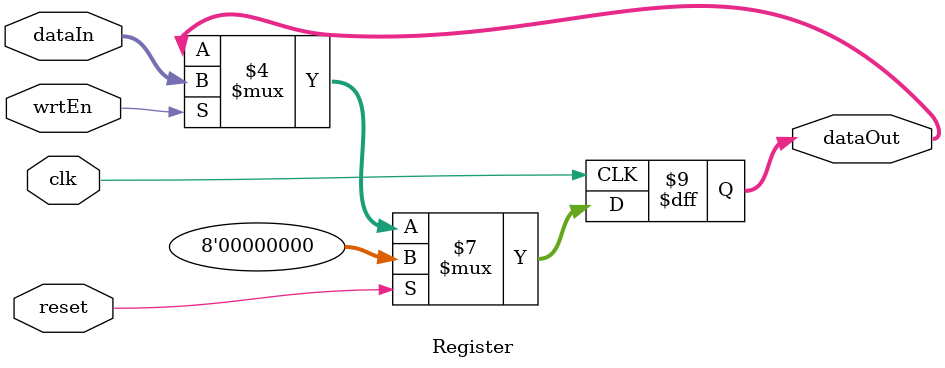
<source format=v>
module Register(clk, reset, wrtEn, dataIn, dataOut);
	parameter BIT_WIDTH = 8;
	
	input clk, reset, wrtEn;
	input[BIT_WIDTH - 1: 0] dataIn;
	output[BIT_WIDTH - 1: 0] dataOut;
	reg[BIT_WIDTH - 1: 0] dataOut;
	
	always @(posedge clk) begin
		if (reset == 1'b1)
			dataOut <= 8'b00000000;
		else if (wrtEn == 1'b1)
			dataOut <= dataIn;
	end
	
endmodule
</source>
